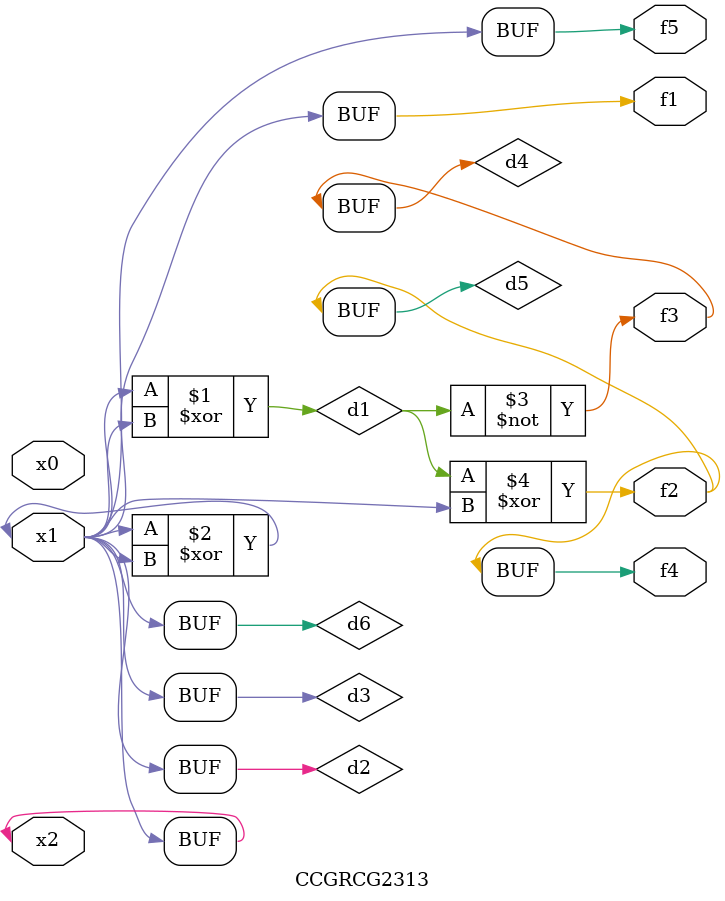
<source format=v>
module CCGRCG2313(
	input x0, x1, x2,
	output f1, f2, f3, f4, f5
);

	wire d1, d2, d3, d4, d5, d6;

	xor (d1, x1, x2);
	buf (d2, x1, x2);
	xor (d3, x1, x2);
	nor (d4, d1);
	xor (d5, d1, d2);
	buf (d6, d2, d3);
	assign f1 = d6;
	assign f2 = d5;
	assign f3 = d4;
	assign f4 = d5;
	assign f5 = d6;
endmodule

</source>
